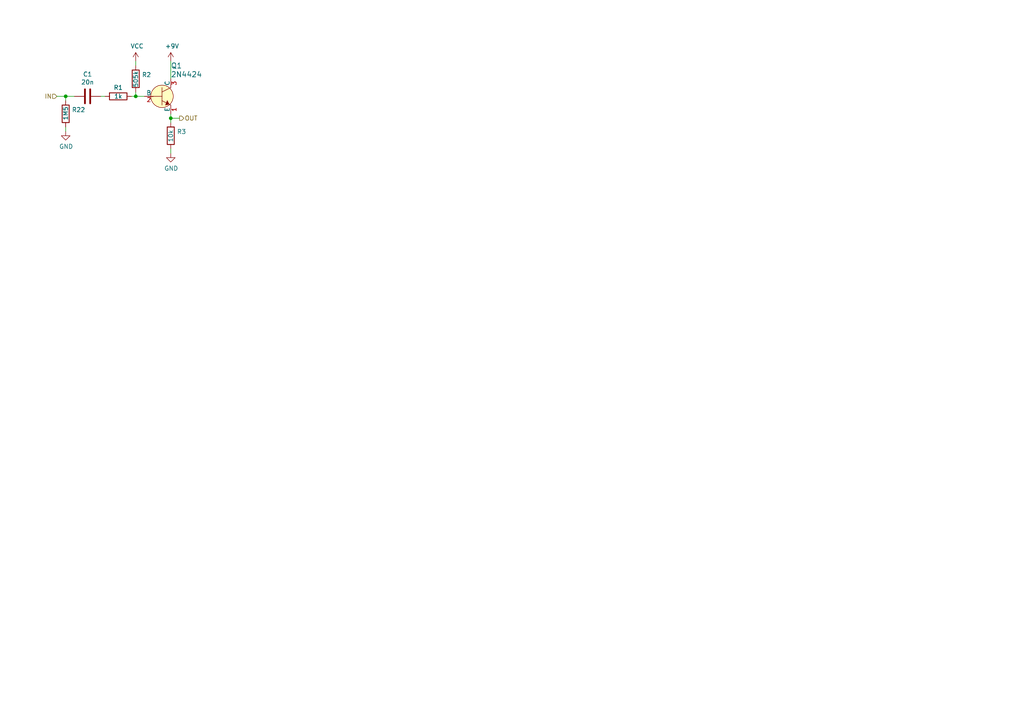
<source format=kicad_sch>
(kicad_sch (version 20211123) (generator eeschema)
  (paper "A4")
  (title_block (title "Screaming Panda Guitar Pedal") (date "2021-08-08") (rev "1v0") (company "John McAvoy"))
  (lib_symbols
    (symbol "Device:C" (pin_numbers hide) (pin_names (offset 0.254))
      (property "Reference" "C" (at 0.635 2.54 0))
      (property "Value" "C" (at 0.635 -2.54 0))
      (symbol "C_0_1"
        (polyline (pts (xy -2.032 -0.762) (xy 2.032 -0.762)) (stroke (width 0.508)))
        (polyline (pts (xy -2.032 0.762) (xy 2.032 0.762)) (stroke (width 0.508)))
      )
      (symbol "C_1_1"
        (pin passive line (at 0 3.81 270) (length 2.794) (name "~") (number "1"))
        (pin passive line (at 0 -3.81 90) (length 2.794) (name "~") (number "2"))
      )
    )
    (symbol "Device:R" (pin_numbers hide) (pin_names (offset 0))
      (property "Reference" "R" (at 2.032 0 90))
      (property "Value" "R" (at 0 0 90))
      (symbol "R_0_1"
        (rectangle (start -1.016 -2.54) (end 1.016 2.54) (stroke (width 0.254)))
      )
      (symbol "R_1_1"
        (pin passive line (at 0 3.81 270) (length 1.27) (name "~") (number "1"))
        (pin passive line (at 0 -3.81 90) (length 1.27) (name "~") (number "2"))
      )
    )
    (symbol "dk_Transistors-Bipolar-BJT-Single:2N4401BU" (pin_names (offset 0))
      (property "Reference" "Q" (at -3.2004 4.2164 0))
      (property "Value" "dk_Transistors-Bipolar-BJT-Single_2N4401BU" (at 5.2324 0 90))
      (symbol "2N4401BU_0_1"
        (polyline (pts (xy -3.81 0) (xy -2.54 0)))
        (polyline (pts (xy -3.556 0) (xy 0 0)))
        (polyline (pts (xy 0 -1.27) (xy 2.54 -2.54)))
        (polyline (pts (xy 0 1.27) (xy 2.54 2.54)))
        (polyline (pts (xy 0 2.54) (xy 0 -2.54)))
        (polyline (pts (xy 1.524 -1.27) (xy 2.032 -2.286) (xy 1.016 -2.54) (xy 1.524 -1.27)) (fill (type outline)))
        (circle (center 0 0) (radius 3.2512) (fill (type background)))
      )
      (symbol "2N4401BU_1_1"
        (pin passive line (at 2.54 -5.08 90) (length 2.54) (name "E") (number "1"))
        (pin input line (at -5.08 0 0) (length 2.54) (name "B") (number "2"))
        (pin passive line (at 2.54 5.08 270) (length 2.54) (name "C") (number "3"))
      )
    )
    (symbol "power:+9V" (power) (pin_names (offset 0))
      (property "Value" "+9V" (at 0 3.556 0))
      (symbol "+9V_0_1"
        (polyline (pts (xy -0.762 1.27) (xy 0 2.54)))
        (polyline (pts (xy 0 0) (xy 0 2.54)))
        (polyline (pts (xy 0 2.54) (xy 0.762 1.27)))
      )
      (symbol "+9V_1_1"
        (pin power_in line (at 0 0 90) (length 0) hide (name "+9V") (number "1"))
      )
    )
    (symbol "power:GND" (power) (pin_names (offset 0))
      (property "Value" "GND" (at 0 -3.81 0))
      (symbol "GND_0_1"
        (polyline (pts (xy 0 0) (xy 0 -1.27) (xy 1.27 -1.27) (xy 0 -2.54) (xy -1.27 -1.27) (xy 0 -1.27)))
      )
      (symbol "GND_1_1"
        (pin power_in line (at 0 0 270) (length 0) hide (name "GND") (number "1"))
      )
    )
    (symbol "power:VCC" (power) (pin_names (offset 0))
      (property "Value" "VCC" (at 0 3.81 0))
      (symbol "VCC_0_1"
        (polyline (pts (xy -0.762 1.27) (xy 0 2.54)))
        (polyline (pts (xy 0 0) (xy 0 2.54)))
        (polyline (pts (xy 0 2.54) (xy 0.762 1.27)))
      )
      (symbol "VCC_1_1"
        (pin power_in line (at 0 0 90) (length 0) hide (name "VCC") (number "1"))
      )
    )
  )
  (junction (at 49.53 34.29))
  (junction (at 39.37 27.94))
  (junction (at 19.05 27.94))
  (wire (pts (xy 49.53 17.78) (xy 49.53 22.86)))
  (wire (pts (xy 38.1 27.94) (xy 39.37 27.94)))
  (wire (pts (xy 21.59 27.94) (xy 19.05 27.94)))
  (wire (pts (xy 39.37 19.05) (xy 39.37 17.78)))
  (wire (pts (xy 49.53 33.02) (xy 49.53 34.29)))
  (wire (pts (xy 49.53 44.45) (xy 49.53 43.18)))
  (wire (pts (xy 19.05 38.1) (xy 19.05 36.83)))
  (wire (pts (xy 39.37 27.94) (xy 39.37 26.67)))
  (wire (pts (xy 19.05 29.21) (xy 19.05 27.94)))
  (wire (pts (xy 49.53 34.29) (xy 49.53 35.56)))
  (wire (pts (xy 19.05 27.94) (xy 16.51 27.94)))
  (wire (pts (xy 49.53 34.29) (xy 52.07 34.29)))
  (wire (pts (xy 41.91 27.94) (xy 39.37 27.94)))
  (wire (pts (xy 29.21 27.94) (xy 30.48 27.94)))
  (hierarchical_label "OUT" (shape output) (at 52.07 34.29 0))
  (hierarchical_label "IN" (shape input) (at 16.51 27.94 180))
  (symbol (lib_id "Device:R") (at 19.05 33.02 0) (unit 1)
    (property "Reference" "R22" (at 20.828 31.8516 0) (effects (justify left)))
    (property "Value" "1M5" (at 19.05 34.925 90) (effects (justify left)))
    (property "Footprint" "Resistor_SMD:R_0805_2012Metric_Pad1.20x1.40mm_HandSolder" (effects hide))
    (property "Datasheet" "https://datasheet.octopart.com/ERJ-6ENF1004V-Panasonic-datasheet-5313456.pdf" (effects hide))
    (property "Spice_Primitive" "R" (effects hide))
    (property "Spice_Model" "1.5Meg" (effects hide))
    (property "Spice_Netlist_Enabled" "Y" (effects hide))
    (property "Digi-Key_PN" "10-ERJ-U02J155XTR-ND" (effects hide))
    (property "MPN" "ERJ-6ENF1004V" (effects hide))
  )
  (symbol (lib_id "power:GND") (at 19.05 38.1 0) (unit 1)
    (property "Reference" "#PWR023" (effects hide))
    (property "Value" "GND" (at 19.177 42.4942 0))
  )
  (symbol (lib_id "Device:C") (at 25.4 27.94 270) (unit 1)
    (property "Reference" "C1" (at 25.4 21.5392 90))
    (property "Value" "20n" (at 25.4 23.8506 90))
    (property "Footprint" "Capacitor_SMD:C_0805_2012Metric_Pad1.18x1.45mm_HandSolder" (effects hide))
    (property "Datasheet" "https://datasheet.octopart.com/GRM21B5C1H203JA01L-Murata-datasheet-14402255.pdf" (effects hide))
    (property "Digi-Key_PN" "399-C0402C224M8RACTUTR-ND" (effects hide))
    (property "MPN" "GRM21B5C1H203JA01L" (effects hide))
  )
  (symbol (lib_id "Device:R") (at 34.29 27.94 270) (unit 1)
    (property "Reference" "R1" (at 34.29 25.4 90))
    (property "Value" "1k" (at 34.29 27.94 90))
    (property "Footprint" "Resistor_SMD:R_0805_2012Metric_Pad1.20x1.40mm_HandSolder" (effects hide))
    (property "Datasheet" "https://datasheet.octopart.com/ERA6AEB102V-Panasonic-datasheet-62287448.pdf" (effects hide))
    (property "Digi-Key_PN" "A130048TR-ND" (effects hide))
    (property "MPN" "ERA6AEB102V" (effects hide))
  )
  (symbol (lib_id "Device:R") (at 39.37 22.86 0) (unit 1)
    (property "Reference" "R2" (at 41.148 21.6916 0) (effects (justify left)))
    (property "Value" "505k" (at 39.37 25.4 90) (effects (justify left)))
    (property "Footprint" "Resistor_SMD:R_0805_2012Metric_Pad1.20x1.40mm_HandSolder" (effects hide))
    (property "Datasheet" "https://datasheet.octopart.com/ERJ-6ENF5103V-Panasonic-datasheet-13266541.pdf" (effects hide))
    (property "Digi-Key_PN" "2019-RN73R2ATTD5053F100TR-ND" (effects hide))
    (property "MPN" "ERJ-6ENF5103V" (effects hide))
  )
  (symbol (lib_id "power:VCC") (at 39.37 17.78 0) (unit 1)
    (property "Reference" "#PWR024" (effects hide))
    (property "Value" "VCC" (at 39.751 13.3858 0))
  )
  (symbol (lib_id "dk_Transistors-Bipolar-BJT-Single:2N4401BU") (at 46.99 27.94 0) (unit 1)
    (property "Reference" "Q1" (at 49.53 19.05 0) (effects (font (size 1.524 1.524)) (justify left)))
    (property "Value" "2N4424" (at 49.53 21.59 0) (effects (font (size 1.524 1.524)) (justify left)))
    (property "Footprint" "j-mcavoy:TO-92-3_Formed_Leads" (effects hide))
    (property "Datasheet" "https://www.onsemi.com/pub/Collateral/MMBT4401-D.PDF" (effects hide))
    (property "Digi-Key_PN" "2N4401-ND" (effects hide))
    (property "MPN" "2N4401BU" (effects hide))
    (property "Category" "Discrete Semiconductor Products" (effects hide))
    (property "Family" "Transistors - Bipolar (BJT) - Single" (effects hide))
    (property "DK_Datasheet_Link" "https://www.onsemi.com/pub/Collateral/MMBT4401-D.PDF" (effects hide))
    (property "DK_Detail_Page" "/product-detail/en/on-semiconductor/2N4401BU/2N4401-ND/1417" (effects hide))
    (property "Description" "TRANS NPN 40V 0.6A TO-92" (effects hide))
    (property "Manufacturer" "ON Semiconductor" (effects hide))
    (property "Status" "Active" (effects hide))
    (property "Spice_Primitive" "Q" (effects hide))
    (property "Spice_Model" "2N4424" (effects hide))
    (property "Spice_Netlist_Enabled" "Y" (effects hide))
    (property "Spice_Lib_File" "../lib/kicad-library/spice_models/2N4424.lib" (effects hide))
    (property "Spice_Node_Sequence" "3 2 1" (effects hide))
  )
  (symbol (lib_id "power:+9V") (at 49.53 17.78 0) (unit 1)
    (property "Reference" "#PWR025" (effects hide))
    (property "Value" "+9V" (at 49.911 13.3858 0))
  )
  (symbol (lib_id "Device:R") (at 49.53 39.37 0) (unit 1)
    (property "Reference" "R3" (at 51.308 38.2016 0) (effects (justify left)))
    (property "Value" "10k" (at 49.53 41.275 90) (effects (justify left)))
    (property "Footprint" "Resistor_SMD:R_0805_2012Metric_Pad1.20x1.40mm_HandSolder" (effects hide))
    (property "Datasheet" "https://datasheet.octopart.com/ERJ-6GEYJ103V-Panasonic-datasheet-13266872.pdf" (effects hide))
    (property "Digi-Key_PN" "RG2012N-474-W-T1" (effects hide))
    (property "MPN" "ERJ-6GEYJ103V" (effects hide))
  )
  (symbol (lib_id "power:GND") (at 49.53 44.45 0) (unit 1)
    (property "Reference" "#PWR026" (effects hide))
    (property "Value" "GND" (at 49.657 48.8442 0))
  )
)
</source>
